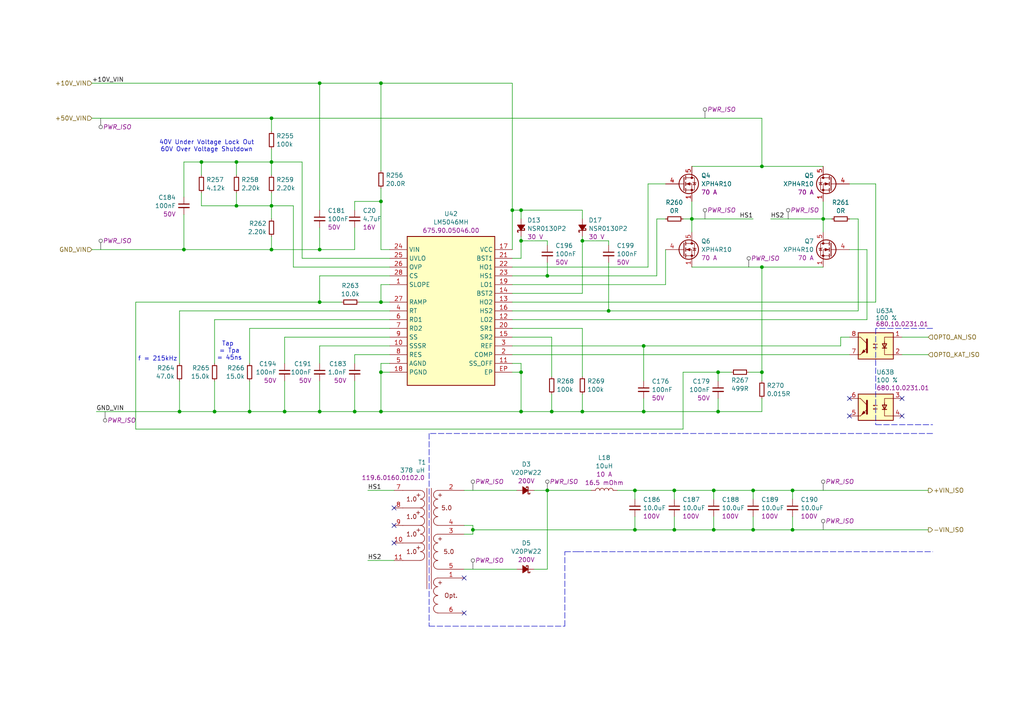
<source format=kicad_sch>
(kicad_sch (version 20231120) (generator "eeschema") (generator_version "8.0")
  (paper "A4")
  (title_block (title "CQ2") (date "2024-08-03") (rev "0") (comment 1 "Isolated Foreward Pre-Regulator") (comment 2 "Manfred Schmitz") (comment 3 "tbd") (comment 4 "2024-07-03") (comment 5 "tbd") (comment 6 "A"))
  (junction (at 158.75 142.24))
  (junction (at 110.49 107.95))
  (junction (at 82.55 119.38))
  (junction (at 229.87 142.24))
  (junction (at 102.87 119.38))
  (junction (at 218.44 142.24))
  (junction (at 186.69 100.33))
  (junction (at 168.91 69.85))
  (junction (at 195.58 153.67))
  (junction (at 208.28 107.95))
  (junction (at 151.13 107.95))
  (junction (at 151.13 69.85))
  (junction (at 62.23 119.38))
  (junction (at 110.49 119.38))
  (junction (at 92.71 119.38))
  (junction (at 160.02 119.38))
  (junction (at 68.58 46.99))
  (junction (at 110.49 58.42))
  (junction (at 220.98 48.26))
  (junction (at 238.76 63.5))
  (junction (at 58.42 46.99))
  (junction (at 186.69 119.38))
  (junction (at 110.49 87.63))
  (junction (at 92.71 87.63))
  (junction (at 53.34 72.39))
  (junction (at 184.15 142.24))
  (junction (at 151.13 60.96))
  (junction (at 78.74 46.99))
  (junction (at 207.01 153.67))
  (junction (at 78.74 72.39))
  (junction (at 158.75 80.01))
  (junction (at 68.58 59.69))
  (junction (at 218.44 153.67))
  (junction (at 200.66 63.5))
  (junction (at 72.39 119.38))
  (junction (at 148.59 60.96))
  (junction (at 110.49 24.13))
  (junction (at 220.98 107.95))
  (junction (at 195.58 142.24))
  (junction (at 92.71 24.13))
  (junction (at 78.74 59.69))
  (junction (at 208.28 119.38))
  (junction (at 207.01 142.24))
  (junction (at 184.15 153.67))
  (junction (at 176.53 90.17))
  (junction (at 229.87 153.67))
  (junction (at 78.74 34.29))
  (junction (at 220.98 77.47))
  (junction (at 168.91 119.38))
  (junction (at 137.16 153.67))
  (junction (at 52.07 119.38))
  (junction (at 92.71 72.39))
  (junction (at 151.13 119.38))
  (no_connect (at 246.38 120.65))
  (no_connect (at 114.3 147.32))
  (no_connect (at 114.3 157.48))
  (no_connect (at 261.62 120.65))
  (no_connect (at 134.62 167.64))
  (no_connect (at 246.38 115.57))
  (no_connect (at 261.62 115.57))
  (no_connect (at 114.3 152.4))
  (no_connect (at 134.62 177.8))
  (wire (pts (xy 176.53 69.85) (xy 176.53 71.12)))
  (polyline (pts (xy 163.83 160.02) (xy 167.64 160.02)) (stroke (width 0) (type dash)))
  (wire (pts (xy 158.75 76.2) (xy 158.75 80.01)))
  (wire (pts (xy 137.16 152.4) (xy 137.16 153.67)))
  (wire (pts (xy 200.66 58.42) (xy 200.66 63.5)))
  (wire (pts (xy 168.91 95.25) (xy 168.91 109.22)))
  (wire (pts (xy 110.49 119.38) (xy 110.49 107.95)))
  (wire (pts (xy 92.71 100.33) (xy 92.71 105.41)))
  (wire (pts (xy 176.53 76.2) (xy 176.53 90.17)))
  (wire (pts (xy 148.59 87.63) (xy 254 87.63)))
  (wire (pts (xy 106.68 162.56) (xy 114.3 162.56)))
  (wire (pts (xy 208.28 119.38) (xy 220.98 119.38)))
  (wire (pts (xy 148.59 74.93) (xy 151.13 74.93)))
  (wire (pts (xy 179.07 142.24) (xy 184.15 142.24)))
  (wire (pts (xy 148.59 97.79) (xy 160.02 97.79)))
  (wire (pts (xy 113.03 72.39) (xy 110.49 72.39)))
  (wire (pts (xy 184.15 149.86) (xy 184.15 153.67)))
  (wire (pts (xy 113.03 102.87) (xy 102.87 102.87)))
  (wire (pts (xy 195.58 153.67) (xy 184.15 153.67)))
  (wire (pts (xy 168.91 95.25) (xy 148.59 95.25)))
  (wire (pts (xy 110.49 107.95) (xy 113.03 107.95)))
  (wire (pts (xy 52.07 90.17) (xy 113.03 90.17)))
  (wire (pts (xy 200.66 77.47) (xy 220.98 77.47)))
  (wire (pts (xy 52.07 90.17) (xy 52.07 105.41)))
  (wire (pts (xy 26.67 72.39) (xy 53.34 72.39)))
  (wire (pts (xy 113.03 97.79) (xy 82.55 97.79)))
  (wire (pts (xy 104.14 87.63) (xy 110.49 87.63)))
  (wire (pts (xy 85.09 77.47) (xy 113.03 77.47)))
  (wire (pts (xy 58.42 55.88) (xy 58.42 59.69)))
  (wire (pts (xy 102.87 66.04) (xy 102.87 72.39)))
  (wire (pts (xy 261.62 102.87) (xy 269.24 102.87)))
  (wire (pts (xy 220.98 77.47) (xy 238.76 77.47)))
  (wire (pts (xy 198.12 107.95) (xy 198.12 124.46)))
  (wire (pts (xy 195.58 153.67) (xy 207.01 153.67)))
  (wire (pts (xy 261.62 97.79) (xy 269.24 97.79)))
  (wire (pts (xy 208.28 107.95) (xy 212.09 107.95)))
  (wire (pts (xy 220.98 115.57) (xy 220.98 119.38)))
  (wire (pts (xy 134.62 142.24) (xy 149.86 142.24)))
  (wire (pts (xy 72.39 110.49) (xy 72.39 119.38)))
  (wire (pts (xy 102.87 58.42) (xy 110.49 58.42)))
  (wire (pts (xy 158.75 69.85) (xy 158.75 71.12)))
  (wire (pts (xy 102.87 119.38) (xy 110.49 119.38)))
  (wire (pts (xy 154.94 165.1) (xy 158.75 165.1)))
  (wire (pts (xy 110.49 119.38) (xy 151.13 119.38)))
  (wire (pts (xy 134.62 152.4) (xy 137.16 152.4)))
  (wire (pts (xy 78.74 46.99) (xy 68.58 46.99)))
  (wire (pts (xy 113.03 95.25) (xy 72.39 95.25)))
  (wire (pts (xy 148.59 24.13) (xy 148.59 60.96)))
  (wire (pts (xy 110.49 105.41) (xy 110.49 107.95)))
  (polyline (pts (xy 254 123.19) (xy 270.51 123.19)) (stroke (width 0) (type dash)))
  (wire (pts (xy 78.74 46.99) (xy 78.74 50.8)))
  (wire (pts (xy 238.76 63.5) (xy 238.76 67.31)))
  (wire (pts (xy 184.15 142.24) (xy 184.15 144.78)))
  (wire (pts (xy 110.49 72.39) (xy 110.49 58.42)))
  (wire (pts (xy 72.39 119.38) (xy 82.55 119.38)))
  (wire (pts (xy 92.71 24.13) (xy 110.49 24.13)))
  (wire (pts (xy 254 53.34) (xy 246.38 53.34)))
  (wire (pts (xy 102.87 110.49) (xy 102.87 119.38)))
  (wire (pts (xy 187.96 53.34) (xy 193.04 53.34)))
  (wire (pts (xy 78.74 68.58) (xy 78.74 72.39)))
  (wire (pts (xy 220.98 34.29) (xy 220.98 48.26)))
  (wire (pts (xy 62.23 110.49) (xy 62.23 119.38)))
  (polyline (pts (xy 270.51 95.25) (xy 254 95.25)) (stroke (width 0) (type dash)))
  (wire (pts (xy 160.02 109.22) (xy 160.02 97.79)))
  (wire (pts (xy 78.74 55.88) (xy 78.74 59.69)))
  (wire (pts (xy 78.74 72.39) (xy 92.71 72.39)))
  (wire (pts (xy 113.03 92.71) (xy 62.23 92.71)))
  (wire (pts (xy 168.91 114.3) (xy 168.91 119.38)))
  (wire (pts (xy 238.76 63.5) (xy 241.3 63.5)))
  (wire (pts (xy 137.16 153.67) (xy 137.16 154.94)))
  (wire (pts (xy 168.91 68.58) (xy 168.91 69.85)))
  (wire (pts (xy 248.92 63.5) (xy 246.38 63.5)))
  (wire (pts (xy 251.46 72.39) (xy 251.46 92.71)))
  (wire (pts (xy 106.68 142.24) (xy 114.3 142.24)))
  (wire (pts (xy 193.04 82.55) (xy 193.04 72.39)))
  (polyline (pts (xy 270.51 125.73) (xy 124.46 125.73)) (stroke (width 0) (type dash)))
  (wire (pts (xy 26.67 34.29) (xy 78.74 34.29)))
  (wire (pts (xy 58.42 46.99) (xy 53.34 46.99)))
  (wire (pts (xy 151.13 105.41) (xy 151.13 107.95)))
  (wire (pts (xy 229.87 142.24) (xy 229.87 144.78)))
  (wire (pts (xy 148.59 102.87) (xy 246.38 102.87)))
  (wire (pts (xy 208.28 110.49) (xy 208.28 107.95)))
  (wire (pts (xy 151.13 60.96) (xy 151.13 63.5)))
  (wire (pts (xy 218.44 144.78) (xy 218.44 142.24)))
  (wire (pts (xy 68.58 59.69) (xy 78.74 59.69)))
  (wire (pts (xy 158.75 142.24) (xy 171.45 142.24)))
  (wire (pts (xy 229.87 142.24) (xy 269.24 142.24)))
  (wire (pts (xy 92.71 87.63) (xy 99.06 87.63)))
  (wire (pts (xy 72.39 95.25) (xy 72.39 105.41)))
  (wire (pts (xy 92.71 60.96) (xy 92.71 24.13)))
  (polyline (pts (xy 167.64 160.02) (xy 270.51 160.02)) (stroke (width 0) (type dash)))
  (wire (pts (xy 148.59 80.01) (xy 158.75 80.01)))
  (wire (pts (xy 68.58 46.99) (xy 58.42 46.99)))
  (wire (pts (xy 251.46 72.39) (xy 246.38 72.39)))
  (wire (pts (xy 218.44 142.24) (xy 229.87 142.24)))
  (wire (pts (xy 27.94 119.38) (xy 52.07 119.38)))
  (wire (pts (xy 198.12 63.5) (xy 200.66 63.5)))
  (wire (pts (xy 160.02 114.3) (xy 160.02 119.38)))
  (wire (pts (xy 195.58 149.86) (xy 195.58 153.67)))
  (wire (pts (xy 82.55 119.38) (xy 92.71 119.38)))
  (wire (pts (xy 52.07 110.49) (xy 52.07 119.38)))
  (wire (pts (xy 187.96 77.47) (xy 187.96 53.34)))
  (wire (pts (xy 207.01 149.86) (xy 207.01 153.67)))
  (wire (pts (xy 229.87 153.67) (xy 269.24 153.67)))
  (wire (pts (xy 154.94 142.24) (xy 158.75 142.24)))
  (wire (pts (xy 137.16 153.67) (xy 184.15 153.67)))
  (wire (pts (xy 87.63 74.93) (xy 113.03 74.93)))
  (wire (pts (xy 110.49 87.63) (xy 113.03 87.63)))
  (wire (pts (xy 160.02 119.38) (xy 168.91 119.38)))
  (wire (pts (xy 208.28 107.95) (xy 198.12 107.95)))
  (wire (pts (xy 92.71 80.01) (xy 92.71 87.63)))
  (wire (pts (xy 151.13 69.85) (xy 158.75 69.85)))
  (wire (pts (xy 148.59 72.39) (xy 148.59 60.96)))
  (wire (pts (xy 220.98 48.26) (xy 238.76 48.26)))
  (wire (pts (xy 176.53 90.17) (xy 248.92 90.17)))
  (wire (pts (xy 190.5 63.5) (xy 193.04 63.5)))
  (wire (pts (xy 78.74 59.69) (xy 78.74 63.5)))
  (wire (pts (xy 53.34 72.39) (xy 78.74 72.39)))
  (wire (pts (xy 207.01 142.24) (xy 207.01 144.78)))
  (wire (pts (xy 243.84 97.79) (xy 246.38 97.79)))
  (wire (pts (xy 53.34 46.99) (xy 53.34 57.15)))
  (wire (pts (xy 82.55 110.49) (xy 82.55 119.38)))
  (wire (pts (xy 52.07 119.38) (xy 62.23 119.38)))
  (wire (pts (xy 92.71 110.49) (xy 92.71 119.38)))
  (wire (pts (xy 78.74 59.69) (xy 85.09 59.69)))
  (wire (pts (xy 78.74 43.18) (xy 78.74 46.99)))
  (wire (pts (xy 113.03 100.33) (xy 92.71 100.33)))
  (wire (pts (xy 158.75 142.24) (xy 158.75 165.1)))
  (wire (pts (xy 190.5 80.01) (xy 190.5 63.5)))
  (wire (pts (xy 220.98 110.49) (xy 220.98 107.95)))
  (wire (pts (xy 26.67 24.13) (xy 92.71 24.13)))
  (wire (pts (xy 78.74 46.99) (xy 87.63 46.99)))
  (wire (pts (xy 229.87 149.86) (xy 229.87 153.67)))
  (polyline (pts (xy 163.83 181.61) (xy 163.83 160.02)) (stroke (width 0) (type dash)))
  (wire (pts (xy 148.59 85.09) (xy 168.91 85.09)))
  (wire (pts (xy 148.59 90.17) (xy 176.53 90.17)))
  (wire (pts (xy 200.66 63.5) (xy 200.66 67.31)))
  (wire (pts (xy 208.28 115.57) (xy 208.28 119.38)))
  (wire (pts (xy 102.87 102.87) (xy 102.87 105.41)))
  (wire (pts (xy 92.71 72.39) (xy 102.87 72.39)))
  (wire (pts (xy 82.55 97.79) (xy 82.55 105.41)))
  (wire (pts (xy 68.58 46.99) (xy 68.58 50.8)))
  (wire (pts (xy 110.49 58.42) (xy 110.49 54.61)))
  (wire (pts (xy 148.59 77.47) (xy 187.96 77.47)))
  (wire (pts (xy 151.13 69.85) (xy 151.13 74.93)))
  (wire (pts (xy 168.91 60.96) (xy 151.13 60.96)))
  (wire (pts (xy 134.62 154.94) (xy 137.16 154.94)))
  (wire (pts (xy 195.58 142.24) (xy 184.15 142.24)))
  (wire (pts (xy 102.87 60.96) (xy 102.87 58.42)))
  (wire (pts (xy 186.69 119.38) (xy 208.28 119.38)))
  (wire (pts (xy 198.12 124.46) (xy 39.37 124.46)))
  (wire (pts (xy 223.52 63.5) (xy 238.76 63.5)))
  (wire (pts (xy 87.63 46.99) (xy 87.63 74.93)))
  (wire (pts (xy 195.58 144.78) (xy 195.58 142.24)))
  (wire (pts (xy 78.74 34.29) (xy 78.74 38.1)))
  (wire (pts (xy 186.69 115.57) (xy 186.69 119.38)))
  (wire (pts (xy 168.91 69.85) (xy 176.53 69.85)))
  (wire (pts (xy 148.59 100.33) (xy 186.69 100.33)))
  (polyline (pts (xy 124.46 125.73) (xy 124.46 181.61)) (stroke (width 0) (type dash)))
  (wire (pts (xy 168.91 119.38) (xy 186.69 119.38)))
  (wire (pts (xy 78.74 34.29) (xy 220.98 34.29)))
  (wire (pts (xy 148.59 105.41) (xy 151.13 105.41)))
  (wire (pts (xy 148.59 92.71) (xy 251.46 92.71)))
  (polyline (pts (xy 254 95.25) (xy 254 123.19)) (stroke (width 0) (type dash)))
  (wire (pts (xy 110.49 24.13) (xy 148.59 24.13)))
  (wire (pts (xy 238.76 58.42) (xy 238.76 63.5)))
  (wire (pts (xy 110.49 82.55) (xy 113.03 82.55)))
  (wire (pts (xy 58.42 46.99) (xy 58.42 50.8)))
  (wire (pts (xy 254 87.63) (xy 254 53.34)))
  (wire (pts (xy 243.84 100.33) (xy 243.84 97.79)))
  (wire (pts (xy 195.58 142.24) (xy 207.01 142.24)))
  (wire (pts (xy 53.34 62.23) (xy 53.34 72.39)))
  (wire (pts (xy 168.91 63.5) (xy 168.91 60.96)))
  (wire (pts (xy 248.92 90.17) (xy 248.92 63.5)))
  (wire (pts (xy 92.71 119.38) (xy 102.87 119.38)))
  (wire (pts (xy 151.13 68.58) (xy 151.13 69.85)))
  (wire (pts (xy 218.44 149.86) (xy 218.44 153.67)))
  (wire (pts (xy 62.23 92.71) (xy 62.23 105.41)))
  (wire (pts (xy 186.69 100.33) (xy 243.84 100.33)))
  (wire (pts (xy 92.71 87.63) (xy 39.37 87.63)))
  (wire (pts (xy 62.23 119.38) (xy 72.39 119.38)))
  (wire (pts (xy 68.58 55.88) (xy 68.58 59.69)))
  (wire (pts (xy 158.75 80.01) (xy 190.5 80.01)))
  (wire (pts (xy 168.91 69.85) (xy 168.91 85.09)))
  (wire (pts (xy 113.03 105.41) (xy 110.49 105.41)))
  (wire (pts (xy 200.66 63.5) (xy 218.44 63.5)))
  (wire (pts (xy 110.49 24.13) (xy 110.49 49.53)))
  (wire (pts (xy 151.13 119.38) (xy 160.02 119.38)))
  (polyline (pts (xy 124.46 181.61) (xy 163.83 181.61)) (stroke (width 0) (type dash)))
  (wire (pts (xy 113.03 80.01) (xy 92.71 80.01)))
  (wire (pts (xy 220.98 107.95) (xy 220.98 77.47)))
  (wire (pts (xy 207.01 142.24) (xy 218.44 142.24)))
  (wire (pts (xy 217.17 107.95) (xy 220.98 107.95)))
  (wire (pts (xy 218.44 153.67) (xy 229.87 153.67)))
  (wire (pts (xy 39.37 124.46) (xy 39.37 87.63)))
  (wire (pts (xy 58.42 59.69) (xy 68.58 59.69)))
  (wire (pts (xy 148.59 107.95) (xy 151.13 107.95)))
  (wire (pts (xy 186.69 100.33) (xy 186.69 110.49)))
  (wire (pts (xy 92.71 66.04) (xy 92.71 72.39)))
  (wire (pts (xy 85.09 59.69) (xy 85.09 77.47)))
  (wire (pts (xy 200.66 48.26) (xy 220.98 48.26)))
  (wire (pts (xy 151.13 107.95) (xy 151.13 119.38)))
  (wire (pts (xy 148.59 60.96) (xy 151.13 60.96)))
  (wire (pts (xy 148.59 82.55) (xy 193.04 82.55)))
  (wire (pts (xy 207.01 153.67) (xy 218.44 153.67)))
  (wire (pts (xy 110.49 82.55) (xy 110.49 87.63)))
  (wire (pts (xy 134.62 165.1) (xy 149.86 165.1)))
  (text "40V Under Voltage Lock Out\n60V Over Voltage Shutdown" (at 59.944 42.418 0) (effects (font (size 1.27 1.27))))
  (text "Tap \n= Tpa\n= 45ns" (at 66.548 101.854 0) (effects (font (size 1.27 1.27))))
  (text "f = 215kHz" (at 45.72 104.14 0) (effects (font (size 1.27 1.27))))
  (label "HS1" (at 106.68 142.24 0))
  (label "GND_VIN" (at 27.94 119.38 0))
  (label "HS2" (at 106.68 162.56 0))
  (label "HS1" (at 218.44 63.5 180))
  (label "+10V_VIN" (at 26.67 24.13 0))
  (label "HS2" (at 223.52 63.5 0))
  (hierarchical_label "OPTO_KAT_ISO" (shape input) (at 269.24 102.87 0))
  (hierarchical_label "+10V_VIN" (shape input) (at 26.67 24.13 180))
  (hierarchical_label "+50V_VIN" (shape input) (at 26.67 34.29 180))
  (hierarchical_label "-VIN_ISO" (shape output) (at 269.24 153.67 0))
  (hierarchical_label "OPTO_AN_ISO" (shape input) (at 269.24 97.79 0))
  (hierarchical_label "GND_VIN" (shape input) (at 26.67 72.39 180))
  (hierarchical_label "+VIN_ISO" (shape output) (at 269.24 142.24 0))
  (netclass_flag "" (length 2.54) (shape round) (at 204.47 63.5 0) (property "Netclass" "PWR_ISO" (at 205.0796 60.96 0) (effects (font (italic yes)) (justify left))))
  (netclass_flag "" (length 2.54) (shape round) (at 228.6 63.5 0) (property "Netclass" "PWR_ISO" (at 229.2096 60.96 0) (effects (font (italic yes)) (justify left))))
  (netclass_flag "" (length 2.54) (shape round) (at 204.47 34.29 0) (property "Netclass" "PWR_ISO" (at 205.0796 31.75 0) (effects (font (italic yes)) (justify left))))
  (netclass_flag "" (length 2.54) (shape round) (at 29.21 72.39 0) (property "Netclass" "PWR_ISO" (at 29.8196 69.85 0) (effects (font (italic yes)) (justify left))))
  (netclass_flag "" (length 2.54) (shape round) (at 238.76 153.67 0) (property "Netclass" "PWR_ISO" (at 239.3696 151.13 0) (effects (font (italic yes)) (justify left))))
  (netclass_flag "" (length 2.54) (shape round) (at 137.16 165.1 0) (property "Netclass" "PWR_ISO" (at 137.7696 162.56 0) (effects (font (italic yes)) (justify left))))
  (netclass_flag "" (length 2.54) (shape round) (at 238.76 142.24 0) (property "Netclass" "PWR_ISO" (at 239.3696 139.7 0) (effects (font (italic yes)) (justify left))))
  (netclass_flag "" (length 2.54) (shape round) (at 217.17 77.47 0) (property "Netclass" "PWR_ISO" (at 217.7796 74.93 0) (effects (font (italic yes)) (justify left))))
  (netclass_flag "" (length 2.54) (shape round) (at 30.48 119.38 180) (property "Netclass" "PWR_ISO" (at 31.0896 121.92 0) (effects (font (italic yes)) (justify left))))
  (netclass_flag "" (length 2.54) (shape round) (at 137.16 142.24 0) (property "Netclass" "PWR_ISO" (at 137.7696 139.7 0) (effects (font (italic yes)) (justify left))))
  (netclass_flag "" (length 2.54) (shape round) (at 158.75 142.24 0) (property "Netclass" "PWR_ISO" (at 159.3596 139.7 0) (effects (font (italic yes)) (justify left))))
  (netclass_flag "" (length 2.54) (shape round) (at 29.21 34.29 180) (property "Netclass" "PWR_ISO" (at 29.8196 36.83 0) (effects (font (italic yes)) (justify left))))
  (symbol (lib_id "ci4rail-database:capacitors/86") (at 92.71 63.5 0) (unit 1)
    (property "Reference" "C181" (at 95.0341 61.082 0) (effects (justify left)))
    (property "Value" "100nF" (at 95.0341 63.5063 0) (effects (justify left)))
    (property "Footprint" "0-standard:0402-capacitor" (effects (hide yes)))
    (property "Description" "Multilayer Ceramic Capacitors" (effects (hide yes)))
    (property "Value1" "+/-10 %" (effects (hide yes)))
    (property "Value2" "50V" (at 95.0341 65.9306 0) (effects (justify left)))
    (property "Value3" "X5R/X7R" (effects (hide yes)))
    (property "MPN" "n/a" (effects (hide yes)))
    (property "LTB" "9999" (effects (hide yes)))
    (property "ERP1" "M120-00060-00" (effects (hide yes)))
    (property "ERP2" "110.42.410.050.0" (effects (hide yes)))
    (property "Cost" "0.02" (effects (hide yes)))
    (property "Lifecycle" "released" (effects (hide yes)))
    (property "Outline" "SMT 0402" (effects (hide yes)))
    (instances (project "cq2" (path "" (reference "C181") (unit 1)) (path "" (reference "C182") (unit 1))))
  )
  (symbol (lib_id "ci4rail-database:resistors/106") (at 110.49 52.07 0) (unit 1)
    (property "Reference" "R256" (at 111.887 50.8578 0) (effects (justify left)))
    (property "Value" "20.0R" (at 111.887 53.2821 0) (effects (justify left)))
    (property "Footprint" "0-standard:0402-resistor" (effects (hide yes)))
    (property "Description" "Thick film resistor" (effects (hide yes)))
    (property "Value1" "+/-1%" (effects (hide yes)))
    (property "Value2" "100 ppm" (effects (hide yes)))
    (property "Value3" "62.5 mW" (effects (hide yes)))
    (property "Value4" "50 V" (effects (hide yes)))
    (property "MPN" "n/a" (effects (hide yes)))
    (property "LTB" "9999" (effects (hide yes)))
    (property "ERP1" "M110-00090-00" (effects (hide yes)))
    (property "ERP2" "101.403.0200" (effects (hide yes)))
    (property "Lifecycle" "released" (effects (hide yes)))
    (property "Cost" "0.01" (effects (hide yes)))
    (property "Outline" "SMT 0402" (effects (hide yes)))
    (instances (project "cq2" (path "" (reference "R256") (unit 1)) (path "" (reference "R272") (unit 1))))
  )
  (symbol (lib_id "ci4rail-database:discrete/66") (at 168.91 66.04 90) (unit 1)
    (property "Reference" "D17" (at 170.688 63.8697 90) (effects (justify right)))
    (property "Value" "NSR0130P2" (at 170.688 66.294 90) (effects (justify right)))
    (property "Footprint" "0-standard:SOD-523-diode" (effects (hide yes)))
    (property "Datasheet" "${KICAD_CI4RAIL_DATASHEET_DIR}/discrete-66" (effects (hide yes)))
    (property "Description" "Schottky Diode" (effects (hide yes)))
    (property "Value1" "30 V" (at 170.688 68.7183 90) (effects (justify right)))
    (property "Value2" "100 mA" (effects (hide yes)))
    (property "Value3" "3 uA" (effects (hide yes)))
    (property "Value4" "0.385 V @ 10 mA" (effects (hide yes)))
    (property "MPN" "ONSemi NSR0130P2T5G" (effects (hide yes)))
    (property "MPN1" "Nexperia 1PS79SB30" (effects (hide yes)))
    (property "LTB" "2034" (effects (hide yes)))
    (property "ERP1" "discrete-66" (effects (hide yes)))
    (property "ERP2" "690.31.0054.2" (effects (hide yes)))
    (property "Cost" "0.04" (effects (hide yes)))
    (property "Lifecycle" "released" (effects (hide yes)))
    (property "Outline" "SMT SOD-523" (effects (hide yes)))
    (instances (project "cq2" (path "" (reference "D17") (unit 1)) (path "" (reference "D18") (unit 1))))
  )
  (symbol (lib_id "ci4rail-database:capacitors/23") (at 229.87 147.32 0) (unit 1)
    (property "Reference" "C190" (at 232.1941 144.902 0) (effects (justify left)))
    (property "Value" "10.0uF" (at 232.1941 147.3263 0) (effects (justify left)))
    (property "Footprint" "0-standard:1210-2.5-capacitor" (effects (hide yes)))
    (property "Description" "Multilayer Ceramic Capacitors" (effects (hide yes)))
    (property "Value1" "+/-20 %" (effects (hide yes)))
    (property "Value2" "100V" (at 232.1941 149.7506 0) (effects (justify left)))
    (property "Value3" "X7R/X7S" (effects (hide yes)))
    (property "MPN" "n/a" (effects (hide yes)))
    (property "LTB" "9999" (effects (hide yes)))
    (property "ERP1" "M120-00012-01" (effects (hide yes)))
    (property "ERP2" "110.11.610.100.1" (effects (hide yes)))
    (property "Lifecycle" "released" (effects (hide yes)))
    (property "Outline" "SMT 1210 2.5" (effects (hide yes)))
    (instances (project "cq2" (path "" (reference "C190") (unit 1)) (path "" (reference "C205") (unit 1))))
  )
  (symbol (lib_id "ci4rail-database:opto/8") (at 254 118.11 0) (mirror y) (unit 2)
    (property "Reference" "U63" (at 256.794 107.95 0))
    (property "Value" "100 %" (at 257.302 110.236 0))
    (property "Footprint" "1-special:opto-7" (effects (hide yes)))
    (property "Datasheet" "${KICAD_CI4RAIL_DATASHEET_DIR}/M151-00003-01" (effects (hide yes)))
    (property "Description" "Optocoupler dual" (effects (hide yes)))
    (property "Value1" "70 V" (effects (hide yes)))
    (property "Value2" "150 mA" (effects (hide yes)))
    (property "Value3" "2500 Vrms" (effects (hide yes)))
    (property "Value4" "7.5 us" (effects (hide yes)))
    (property "MPN" "ONSemi MOCD213M" (effects (hide yes)))
    (property "LTB" "2032" (effects (hide yes)))
    (property "ERP1" "M151-00003-01" (effects (hide yes)))
    (property "ERP2" "680.10.0231.01" (at 261.874 112.522 0))
    (property "Cost" "0.46" (effects (hide yes)))
    (property "Lifecycle" "released" (effects (hide yes)))
    (property "Outline" "SMT 6x5x3.6" (effects (hide yes)))
    (instances (project "cq2" (path "" (reference "U63") (unit 2)) (path "" (reference "U66") (unit 2))))
  )
  (symbol (lib_id "ci4rail-database:resistors/179") (at 101.6 87.63 90) (unit 1)
    (property "Reference" "R263" (at 101.6 82.8505 90))
    (property "Value" "10.0k" (at 101.6 85.2748 90))
    (property "Footprint" "0-standard:0402-resistor" (effects (hide yes)))
    (property "Description" "Thick film resistor" (effects (hide yes)))
    (property "Value1" "+/-1%" (effects (hide yes)))
    (property "Value2" "100 ppm" (effects (hide yes)))
    (property "Value3" "62.5 mW" (effects (hide yes)))
    (property "Value4" "50 V" (effects (hide yes)))
    (property "MPN" "n/a" (effects (hide yes)))
    (property "LTB" "9999" (effects (hide yes)))
    (property "ERP1" "M110-00163-00" (effects (hide yes)))
    (property "ERP2" "101.403.3100" (effects (hide yes)))
    (property "Lifecycle" "released" (effects (hide yes)))
    (property "Cost" "0.01" (effects (hide yes)))
    (property "Outline" "SMT 0402" (effects (hide yes)))
    (instances (project "cq2" (path "" (reference "R263") (unit 1)) (path "" (reference "R279") (unit 1))))
  )
  (symbol (lib_id "ci4rail-database:resistors/167") (at 58.42 53.34 0) (unit 1)
    (property "Reference" "R257" (at 59.817 52.1278 0) (effects (justify left)))
    (property "Value" "4.12k" (at 59.817 54.5521 0) (effects (justify left)))
    (property "Footprint" "0-standard:0402-resistor" (effects (hide yes)))
    (property "Description" "Thick film resistor" (effects (hide yes)))
    (property "Value1" "+/-1%" (effects (hide yes)))
    (property "Value2" "100 ppm" (effects (hide yes)))
    (property "Value3" "62.5 mW" (effects (hide yes)))
    (property "Value4" "50 V" (effects (hide yes)))
    (property "MPN" "n/a" (effects (hide yes)))
    (property "LTB" "9999" (effects (hide yes)))
    (property "ERP1" "M110-00151-00" (effects (hide yes)))
    (property "ERP2" "101.403.2412" (effects (hide yes)))
    (property "Lifecycle" "released" (effects (hide yes)))
    (property "Cost" "0.01" (effects (hide yes)))
    (property "Outline" "SMT 0402" (effects (hide yes)))
    (instances (project "cq2" (path "" (reference "R257") (unit 1)) (path "" (reference "R273") (unit 1))))
  )
  (symbol (lib_id "ci4rail-database:resistors/185") (at 62.23 107.95 0) (unit 1)
    (property "Reference" "R265" (at 60.833 106.7378 0) (effects (justify right)))
    (property "Value" "15.0k" (at 60.833 109.1621 0) (effects (justify right)))
    (property "Footprint" "0-standard:0402-resistor" (effects (hide yes)))
    (property "Description" "Thick film resistor" (effects (hide yes)))
    (property "Value1" "+/-1%" (effects (hide yes)))
    (property "Value2" "100 ppm" (effects (hide yes)))
    (property "Value3" "62.5 mW" (effects (hide yes)))
    (property "Value4" "50 V" (effects (hide yes)))
    (property "MPN" "n/a" (effects (hide yes)))
    (property "LTB" "9999" (effects (hide yes)))
    (property "ERP1" "M110-00169-00" (effects (hide yes)))
    (property "ERP2" "101.403.3150" (effects (hide yes)))
    (property "Lifecycle" "released" (effects (hide yes)))
    (property "Cost" "0.01" (effects (hide yes)))
    (property "Outline" "SMT 0402" (effects (hide yes)))
    (instances (project "cq2" (path "" (reference "R265") (unit 1)) (path "" (reference "R281") (unit 1))))
  )
  (symbol (lib_id "ci4rail-database:capacitors/69") (at 102.87 107.95 0) (unit 1)
    (property "Reference" "C183" (at 100.5459 105.532 0) (effects (justify right)))
    (property "Value" "1.0nF" (at 100.5459 107.9563 0) (effects (justify right)))
    (property "Footprint" "0-standard:0402-capacitor" (effects (hide yes)))
    (property "Description" "Multilayer Ceramic Capacitors" (effects (hide yes)))
    (property "Value1" "+/-10 %" (effects (hide yes)))
    (property "Value2" "50V" (at 100.5459 110.3806 0) (effects (justify right)))
    (property "Value3" "X5R/X7R" (effects (hide yes)))
    (property "MPN" "n/a" (effects (hide yes)))
    (property "LTB" "9999" (effects (hide yes)))
    (property "ERP1" "M120-00043-00" (effects (hide yes)))
    (property "ERP2" "110.42.210.050.0" (effects (hide yes)))
    (property "Cost" "0.02" (effects (hide yes)))
    (property "Lifecycle" "released" (effects (hide yes)))
    (property "Outline" "SMT 0402" (effects (hide yes)))
    (instances (project "cq2" (path "" (reference "C183") (unit 1)) (path "" (reference "C198") (unit 1))))
  )
  (symbol (lib_id "ci4rail-database:discrete/59") (at 198.12 72.39 0) (unit 1)
    (property "Reference" "Q6" (at 203.3524 69.9657 0) (effects (justify left)))
    (property "Value" "XPH4R10" (at 203.3524 72.39 0) (effects (justify left)))
    (property "Footprint" "1-special:discrete-59" (effects (hide yes)))
    (property "Datasheet" "${KICAD_CI4RAIL_DATASHEET_DIR}/M145-00007-00" (effects (hide yes)))
    (property "Description" "Transistor MOSFET N-Channel" (effects (hide yes)))
    (property "Value2" "70 A" (at 203.3524 74.8143 0) (effects (justify left)))
    (property "Value1" "100 V" (effects (hide yes)))
    (property "Value3" "8.5 mOhm" (effects (hide yes)))
    (property "Value4" "4 V / 75 nC" (effects (hide yes)))
    (property "MPN" "Toshiba XPH4R10ANB,L1XHQ" (effects (hide yes)))
    (property "MPN1" "Toshiba XPH4R10ANB,L1XHQ" (effects (hide yes)))
    (property "MPN2" "Diodes DMT10H009SPS-13" (effects (hide yes)))
    (property "LTB" "2033" (effects (hide yes)))
    (property "ERP1" "M145-00007-00" (effects (hide yes)))
    (property "ERP2" "691.00.10070.00" (effects (hide yes)))
    (property "Cost" "0.66" (effects (hide yes)))
    (property "Lifecycle" "released" (effects (hide yes)))
    (property "Outline" "SMT SOP-Advance-8" (effects (hide yes)))
    (instances (project "cq2" (path "" (reference "Q6") (unit 1)) (path "" (reference "Q10") (unit 1))))
  )
  (symbol (lib_id "ci4rail-database:capacitors/86") (at 186.69 113.03 0) (unit 1)
    (property "Reference" "C176" (at 189.0141 110.612 0) (effects (justify left)))
    (property "Value" "100nF" (at 189.0141 113.0363 0) (effects (justify left)))
    (property "Footprint" "0-standard:0402-capacitor" (effects (hide yes)))
    (property "Description" "Multilayer Ceramic Capacitors" (effects (hide yes)))
    (property "Value1" "+/-10 %" (effects (hide yes)))
    (property "Value2" "50V" (at 189.0141 115.4606 0) (effects (justify left)))
    (property "Value3" "X5R/X7R" (effects (hide yes)))
    (property "MPN" "n/a" (effects (hide yes)))
    (property "LTB" "9999" (effects (hide yes)))
    (property "ERP1" "M120-00060-00" (effects (hide yes)))
    (property "ERP2" "110.42.410.050.0" (effects (hide yes)))
    (property "Cost" "0.02" (effects (hide yes)))
    (property "Lifecycle" "released" (effects (hide yes)))
    (property "Outline" "SMT 0402" (effects (hide yes)))
    (instances (project "" (path "" (reference "C176") (unit 1)) (path "" (reference "C177") (unit 1))))
  )
  (symbol (lib_id "ci4rail-database:resistors/212") (at 160.02 111.76 0) (unit 1)
    (property "Reference" "R268" (at 161.417 110.5478 0) (effects (justify left)))
    (property "Value" "100k" (at 161.417 112.9721 0) (effects (justify left)))
    (property "Footprint" "0-standard:0402-resistor" (effects (hide yes)))
    (property "Description" "Thick film resistor" (effects (hide yes)))
    (property "Value1" "+/-1%" (effects (hide yes)))
    (property "Value2" "100 ppm" (effects (hide yes)))
    (property "Value3" "62.5 mW" (effects (hide yes)))
    (property "Value4" "50 V" (effects (hide yes)))
    (property "MPN" "n/a" (effects (hide yes)))
    (property "LTB" "9999" (effects (hide yes)))
    (property "ERP1" "M110-00196-00" (effects (hide yes)))
    (property "ERP2" "101.403.4100" (effects (hide yes)))
    (property "Lifecycle" "released" (effects (hide yes)))
    (property "Cost" "0.01" (effects (hide yes)))
    (property "Outline" "SMT 0402" (effects (hide yes)))
    (instances (project "cq2" (path "" (reference "R268") (unit 1)) (path "" (reference "R284") (unit 1))))
  )
  (symbol (lib_id "ci4rail-database:inductors/45") (at 124.46 156.21 0) (mirror y) (unit 1)
    (property "Reference" "T1" (at 122.428 134.112 0))
    (property "Value" "378 uH" (at 119.634 136.398 0))
    (property "Footprint" "1-special:inductors-45" (effects (hide yes)))
    (property "Datasheet" "${KICAD_CI4RAIL_DATASHEET_DIR}/inductors-45" (effects (hide yes)))
    (property "Description" "Power Forward Transformer" (effects (hide yes)))
    (property "Value1" "5:5:4" (effects (hide yes)))
    (property "Value2" "160W" (effects (hide yes)))
    (property "Value3" "1500 VAC" (effects (hide yes)))
    (property "MPN" "Coilcraft PL160-102L" (effects (hide yes)))
    (property "LTB" "2034" (effects (hide yes)))
    (property "ERP1" "inductors-45" (effects (hide yes)))
    (property "ERP2" "119.6.0160.0102.0" (at 114.046 138.5683 0))
    (property "Cost" "14.42" (effects (hide yes)))
    (property "Lifecycle" "EPR1 pending CQ2" (effects (hide yes)))
    (property "Outline" "SMT 23.37x20.83x9.14mm" (effects (hide yes)))
    (instances (project "cq2" (path "" (reference "T1") (unit 1)) (path "" (reference "T2") (unit 1))))
  )
  (symbol (lib_id "ci4rail-database:resistors/200") (at 52.07 107.95 0) (unit 1)
    (property "Reference" "R264" (at 50.673 106.7378 0) (effects (justify right)))
    (property "Value" "47.0k" (at 50.673 109.1621 0) (effects (justify right)))
    (property "Footprint" "0-standard:0402-resistor" (effects (hide yes)))
    (property "Description" "Thick film resistor" (effects (hide yes)))
    (property "Value1" "+/-1%" (effects (hide yes)))
    (property "Value2" "100 ppm" (effects (hide yes)))
    (property "Value3" "62.5 mW" (effects (hide yes)))
    (property "Value4" "50 V" (effects (hide yes)))
    (property "MPN" "n/a" (effects (hide yes)))
    (property "LTB" "9999" (effects (hide yes)))
    (property "ERP1" "M110-00184-00" (effects (hide yes)))
    (property "ERP2" "101.403.3470" (effects (hide yes)))
    (property "Lifecycle" "released" (effects (hide yes)))
    (property "Cost" "0.01" (effects (hide yes)))
    (property "Outline" "SMT 0402" (effects (hide yes)))
    (instances (project "cq2" (path "" (reference "R264") (unit 1)) (path "" (reference "R280") (unit 1))))
  )
  (symbol (lib_id "ci4rail-database:resistors/185") (at 72.39 107.95 0) (unit 1)
    (property "Reference" "R266" (at 70.993 106.7378 0) (effects (justify right)))
    (property "Value" "15.0k" (at 70.993 109.1621 0) (effects (justify right)))
    (property "Footprint" "0-standard:0402-resistor" (effects (hide yes)))
    (property "Description" "Thick film resistor" (effects (hide yes)))
    (property "Value1" "+/-1%" (effects (hide yes)))
    (property "Value2" "100 ppm" (effects (hide yes)))
    (property "Value3" "62.5 mW" (effects (hide yes)))
    (property "Value4" "50 V" (effects (hide yes)))
    (property "MPN" "n/a" (effects (hide yes)))
    (property "LTB" "9999" (effects (hide yes)))
    (property "ERP1" "M110-00169-00" (effects (hide yes)))
    (property "ERP2" "101.403.3150" (effects (hide yes)))
    (property "Lifecycle" "released" (effects (hide yes)))
    (property "Cost" "0.01" (effects (hide yes)))
    (property "Outline" "SMT 0402" (effects (hide yes)))
    (instances (project "cq2" (path "" (reference "R266") (unit 1)) (path "" (reference "R282") (unit 1))))
  )
  (symbol (lib_id "ci4rail-database:inductors/48") (at 175.26 142.24 90) (unit 1)
    (property "Reference" "L18" (at 175.26 132.7416 90))
    (property "Value" "10uH" (at 175.26 135.1659 90))
    (property "Footprint" "1-special:inductors-48" (effects (hide yes)))
    (property "Datasheet" "${KICAD_CI4RAIL_DATASHEET_DIR}/inductors-48" (effects (hide yes)))
    (property "Description" "Power Inductor" (effects (hide yes)))
    (property "Value1" "10 A" (at 175.26 137.5902 90))
    (property "Value2" "16.5 mOhm" (at 175.26 140.0145 90))
    (property "MPN" "Bourns SRP1265A-100M" (effects (hide yes)))
    (property "LTB" "2034" (effects (hide yes)))
    (property "Lifecycle" "review pending CQ2" (effects (hide yes)))
    (property "Cost" "0.72" (effects (hide yes)))
    (property "ERP1" "inductors-48" (effects (hide yes)))
    (property "ERP2" "119.1.135125.310.100" (effects (hide yes)))
    (property "Outline" "SMT 13.5x12.5x6.2mm" (effects (hide yes)))
    (instances (project "cq2" (path "" (reference "L18") (unit 1)) (path "" (reference "L19") (unit 1))))
  )
  (symbol (lib_id "ci4rail-database:discrete/59") (at 241.3 53.34 0) (mirror y) (unit 1)
    (property "Reference" "Q5" (at 236.0676 50.9157 0) (effects (justify left)))
    (property "Value" "XPH4R10" (at 236.0676 53.34 0) (effects (justify left)))
    (property "Footprint" "1-special:discrete-59" (effects (hide yes)))
    (property "Datasheet" "${KICAD_CI4RAIL_DATASHEET_DIR}/M145-00007-00" (effects (hide yes)))
    (property "Description" "Transistor MOSFET N-Channel" (effects (hide yes)))
    (property "Value2" "70 A" (at 236.0676 55.7643 0) (effects (justify left)))
    (property "Value1" "100 V" (effects (hide yes)))
    (property "Value3" "8.5 mOhm" (effects (hide yes)))
    (property "Value4" "4 V / 75 nC" (effects (hide yes)))
    (property "MPN" "Toshiba XPH4R10ANB,L1XHQ" (effects (hide yes)))
    (property "MPN1" "Toshiba XPH4R10ANB,L1XHQ" (effects (hide yes)))
    (property "MPN2" "Diodes DMT10H009SPS-13" (effects (hide yes)))
    (property "LTB" "2033" (effects (hide yes)))
    (property "ERP1" "M145-00007-00" (effects (hide yes)))
    (property "ERP2" "691.00.10070.00" (effects (hide yes)))
    (property "Cost" "0.66" (effects (hide yes)))
    (property "Lifecycle" "released" (effects (hide yes)))
    (property "Outline" "SMT SOP-Advance-8" (effects (hide yes)))
    (instances (project "cq2" (path "" (reference "Q5") (unit 1)) (path "" (reference "Q9") (unit 1))))
  )
  (symbol (lib_id "ci4rail-database:discrete/66") (at 151.13 66.04 90) (unit 1)
    (property "Reference" "D13" (at 152.908 63.8697 90) (effects (justify right)))
    (property "Value" "NSR0130P2" (at 152.908 66.294 90) (effects (justify right)))
    (property "Footprint" "0-standard:SOD-523-diode" (effects (hide yes)))
    (property "Datasheet" "${KICAD_CI4RAIL_DATASHEET_DIR}/discrete-66" (effects (hide yes)))
    (property "Description" "Schottky Diode" (effects (hide yes)))
    (property "Value1" "30 V" (at 152.908 68.7183 90) (effects (justify right)))
    (property "Value2" "100 mA" (effects (hide yes)))
    (property "Value3" "3 uA" (effects (hide yes)))
    (property "Value4" "0.385 V @ 10 mA" (effects (hide yes)))
    (property "MPN" "ONSemi NSR0130P2T5G" (effects (hide yes)))
    (property "MPN1" "Nexperia 1PS79SB30" (effects (hide yes)))
    (property "LTB" "2034" (effects (hide yes)))
    (property "ERP1" "discrete-66" (effects (hide yes)))
    (property "ERP2" "690.31.0054.2" (effects (hide yes)))
    (property "Cost" "0.04" (effects (hide yes)))
    (property "Lifecycle" "released" (effects (hide yes)))
    (property "Outline" "SMT SOD-523" (effects (hide yes)))
    (instances (project "" (path "" (reference "D13") (unit 1)) (path "" (reference "D14") (unit 1))))
  )
  (symbol (lib_id "ci4rail-database:discrete/68") (at 152.4 165.1 180) (unit 1)
    (property "Reference" "D5" (at 152.654 157.5153 0))
    (property "Value" "V20PW22" (at 152.654 159.9396 0))
    (property "Footprint" "1-special:discrete-68" (effects (hide yes)))
    (property "Datasheet" "${KICAD_CI4RAIL_DATASHEET_DIR}/discrete-68" (effects (hide yes)))
    (property "Description" "Schottky Diode" (effects (hide yes)))
    (property "Value1" "200V" (at 152.654 162.3639 0))
    (property "Value2" "20 A" (effects (hide yes)))
    (property "Value3" "300 uA" (effects (hide yes)))
    (property "Value4" "0.73V @ 5 A" (effects (hide yes)))
    (property "MPN" "Vishay V20PW22-M3/I" (effects (hide yes)))
    (property "LTB" "2032" (effects (hide yes)))
    (property "ERP1" "discrete-68" (effects (hide yes)))
    (property "ERP2" "690.31.20200.10" (effects (hide yes)))
    (property "Cost" "0.79" (effects (hide yes)))
    (property "Lifecycle" "review pending CQ2" (effects (hide yes)))
    (property "Outline" "SMT SlimDPAK" (effects (hide yes)))
    (instances (project "cq2" (path "" (reference "D5") (unit 1)) (path "" (reference "D6") (unit 1))))
  )
  (symbol (lib_id "ci4rail-database:opto/8") (at 254 100.33 0) (mirror y) (unit 1)
    (property "Reference" "U63" (at 256.54 90.17 0))
    (property "Value" "100 %" (at 257.048 92.202 0))
    (property "Footprint" "1-special:opto-7" (effects (hide yes)))
    (property "Datasheet" "${KICAD_CI4RAIL_DATASHEET_DIR}/M151-00003-01" (effects (hide yes)))
    (property "Description" "Optocoupler dual" (effects (hide yes)))
    (property "Value1" "70 V" (effects (hide yes)))
    (property "Value2" "150 mA" (effects (hide yes)))
    (property "Value3" "2500 Vrms" (effects (hide yes)))
    (property "Value4" "7.5 us" (effects (hide yes)))
    (property "MPN" "ONSemi MOCD213M" (effects (hide yes)))
    (property "LTB" "2032" (effects (hide yes)))
    (property "ERP1" "M151-00003-01" (effects (hide yes)))
    (property "ERP2" "680.10.0231.01" (at 261.62 93.98 0))
    (property "Cost" "0.46" (effects (hide yes)))
    (property "Lifecycle" "released" (effects (hide yes)))
    (property "Outline" "SMT 6x5x3.6" (effects (hide yes)))
    (instances (project "cq2" (path "" (reference "U63") (unit 1)) (path "" (reference "U66") (unit 1))))
  )
  (symbol (lib_id "ci4rail-database:capacitors/23") (at 218.44 147.32 0) (unit 1)
    (property "Reference" "C189" (at 220.7641 144.902 0) (effects (justify left)))
    (property "Value" "10.0uF" (at 220.7641 147.3263 0) (effects (justify left)))
    (property "Footprint" "0-standard:1210-2.5-capacitor" (effects (hide yes)))
    (property "Description" "Multilayer Ceramic Capacitors" (effects (hide yes)))
    (property "Value1" "+/-20 %" (effects (hide yes)))
    (property "Value2" "100V" (at 220.7641 149.7506 0) (effects (justify left)))
    (property "Value3" "X7R/X7S" (effects (hide yes)))
    (property "MPN" "n/a" (effects (hide yes)))
    (property "LTB" "9999" (effects (hide yes)))
    (property "ERP1" "M120-00012-01" (effects (hide yes)))
    (property "ERP2" "110.11.610.100.1" (effects (hide yes)))
    (property "Lifecycle" "released" (effects (hide yes)))
    (property "Outline" "SMT 1210 2.5" (effects (hide yes)))
    (instances (project "cq2" (path "" (reference "C189") (unit 1)) (path "" (reference "C204") (unit 1))))
  )
  (symbol (lib_id "ci4rail-database:capacitors/86") (at 158.75 73.66 0) (unit 1)
    (property "Reference" "C196" (at 161.0741 71.242 0) (effects (justify left)))
    (property "Value" "100nF" (at 161.0741 73.6663 0) (effects (justify left)))
    (property "Footprint" "0-standard:0402-capacitor" (effects (hide yes)))
    (property "Description" "Multilayer Ceramic Capacitors" (effects (hide yes)))
    (property "Value1" "+/-10 %" (effects (hide yes)))
    (property "Value2" "50V" (at 161.0741 76.0906 0) (effects (justify left)))
    (property "Value3" "X5R/X7R" (effects (hide yes)))
    (property "MPN" "n/a" (effects (hide yes)))
    (property "LTB" "9999" (effects (hide yes)))
    (property "ERP1" "M120-00060-00" (effects (hide yes)))
    (property "ERP2" "110.42.410.050.0" (effects (hide yes)))
    (property "Cost" "0.02" (effects (hide yes)))
    (property "Lifecycle" "released" (effects (hide yes)))
    (property "Outline" "SMT 0402" (effects (hide yes)))
    (instances (project "cq2" (path "" (reference "C196") (unit 1)) (path "" (reference "C197") (unit 1))))
  )
  (symbol (lib_id "ci4rail-database:capacitors/91") (at 102.87 63.5 0) (unit 1)
    (property "Reference" "C20" (at 105.1941 61.082 0) (effects (justify left)))
    (property "Value" "4.7uF" (at 105.1941 63.5063 0) (effects (justify left)))
    (property "Footprint" "0-standard:0402-capacitor" (effects (hide yes)))
    (property "Description" "Multilayer Ceramic Capacitors" (effects (hide yes)))
    (property "Value1" "+/-20 %" (effects (hide yes)))
    (property "Value2" "16V" (at 105.1941 65.9306 0) (effects (justify left)))
    (property "Value3" "X5R" (effects (hide yes)))
    (property "MPN" "n/a" (effects (hide yes)))
    (property "LTB" "9999" (effects (hide yes)))
    (property "ERP1" "M120-00065-00" (effects (hide yes)))
    (property "ERP2" "110.42.547.016.0" (effects (hide yes)))
    (property "Cost" "0.1" (effects (hide yes)))
    (property "Lifecycle" "released" (effects (hide yes)))
    (property "Outline" "SMT 0402" (effects (hide yes)))
    (instances (project "" (path "" (reference "C20") (unit 1)) (path "" (reference "C21") (unit 1))))
  )
  (symbol (lib_id "ci4rail-database:discrete/59") (at 241.3 72.39 0) (mirror y) (unit 1)
    (property "Reference" "Q7" (at 236.0676 69.9657 0) (effects (justify left)))
    (property "Value" "XPH4R10" (at 236.0676 72.39 0) (effects (justify left)))
    (property "Footprint" "1-special:discrete-59" (effects (hide yes)))
    (property "Datasheet" "${KICAD_CI4RAIL_DATASHEET_DIR}/M145-00007-00" (effects (hide yes)))
    (property "Description" "Transistor MOSFET N-Channel" (effects (hide yes)))
    (property "Value2" "70 A" (at 236.0676 74.8143 0) (effects (justify left)))
    (property "Value1" "100 V" (effects (hide yes)))
    (property "Value3" "8.5 mOhm" (effects (hide yes)))
    (property "Value4" "4 V / 75 nC" (effects (hide yes)))
    (property "MPN" "Toshiba XPH4R10ANB,L1XHQ" (effects (hide yes)))
    (property "MPN1" "Toshiba XPH4R10ANB,L1XHQ" (effects (hide yes)))
    (property "MPN2" "Diodes DMT10H009SPS-13" (effects (hide yes)))
    (property "LTB" "2033" (effects (hide yes)))
    (property "ERP1" "M145-00007-00" (effects (hide yes)))
    (property "ERP2" "691.00.10070.00" (effects (hide yes)))
    (property "Cost" "0.66" (effects (hide yes)))
    (property "Lifecycle" "released" (effects (hide yes)))
    (property "Outline" "SMT SOP-Advance-8" (effects (hide yes)))
    (instances (project "cq2" (path "" (reference "Q7") (unit 1)) (path "" (reference "Q11") (unit 1))))
  )
  (symbol (lib_id "ci4rail-database:discrete/68") (at 152.4 142.24 180) (unit 1)
    (property "Reference" "D3" (at 152.654 134.6553 0))
    (property "Value" "V20PW22" (at 152.654 137.0796 0))
    (property "Footprint" "1-special:discrete-68" (effects (hide yes)))
    (property "Datasheet" "${KICAD_CI4RAIL_DATASHEET_DIR}/discrete-68" (effects (hide yes)))
    (property "Description" "Schottky Diode" (effects (hide yes)))
    (property "Value1" "200V" (at 152.654 139.5039 0))
    (property "Value2" "20 A" (effects (hide yes)))
    (property "Value3" "300 uA" (effects (hide yes)))
    (property "Value4" "0.73V @ 5 A" (effects (hide yes)))
    (property "MPN" "Vishay V20PW22-M3/I" (effects (hide yes)))
    (property "LTB" "2032" (effects (hide yes)))
    (property "ERP1" "discrete-68" (effects (hide yes)))
    (property "ERP2" "690.31.20200.10" (effects (hide yes)))
    (property "Cost" "0.79" (effects (hide yes)))
    (property "Lifecycle" "review pending CQ2" (effects (hide yes)))
    (property "Outline" "SMT SlimDPAK" (effects (hide yes)))
    (instances (project "" (path "" (reference "D3") (unit 1)) (path "" (reference "D4") (unit 1))))
  )
  (symbol (lib_id "ci4rail-database:resistors/240") (at 220.98 113.03 0) (unit 1)
    (property "Reference" "R270" (at 222.377 111.8178 0) (effects (justify left)))
    (property "Value" "0.015R" (at 222.377 114.2421 0) (effects (justify left)))
    (property "Footprint" "0-standard:1206-shunt-resistor" (effects (hide yes)))
    (property "Datasheet" "${KICAD_CI4RAIL_DATASHEET_DIR}/resistors-240" (effects (hide yes)))
    (property "Description" "Shunt-Resistor" (effects (hide yes)))
    (property "Value1" "+/-1 %" (effects (hide yes)))
    (property "Value2" "100 ppm" (effects (hide yes)))
    (property "Value3" "1 W" (effects (hide yes)))
    (property "Value4" "50V" (effects (hide yes)))
    (property "MPN" "n/a" (effects (hide yes)))
    (property "LTB" "9999" (effects (hide yes)))
    (property "ERP1" "resistor-240" (effects (hide yes)))
    (property "ERP2" "101.207.00015" (effects (hide yes)))
    (property "Lifecycle" "ERP1 pending CQ2" (effects (hide yes)))
    (property "Cost" "0.20" (effects (hide yes)))
    (property "Outline" "SMT 1206" (effects (hide yes)))
    (instances (project "cq2" (path "" (reference "R270") (unit 1)) (path "" (reference "R286") (unit 1))))
  )
  (symbol (lib_id "ci4rail-database:resistors/159") (at 78.74 53.34 0) (unit 1)
    (property "Reference" "R259" (at 80.137 52.1278 0) (effects (justify left)))
    (property "Value" "2.20k" (at 80.137 54.5521 0) (effects (justify left)))
    (property "Footprint" "0-standard:0402-resistor" (effects (hide yes)))
    (property "Description" "Thick film resistor" (effects (hide yes)))
    (property "Value1" "+/-1%" (effects (hide yes)))
    (property "Value2" "100 ppm" (effects (hide yes)))
    (property "Value3" "62.5 mW" (effects (hide yes)))
    (property "Value4" "50 V" (effects (hide yes)))
    (property "MPN" "n/a" (effects (hide yes)))
    (property "LTB" "9999" (effects (hide yes)))
    (property "ERP1" "M110-00143-00" (effects (hide yes)))
    (property "ERP2" "101.403.2220" (effects (hide yes)))
    (property "Lifecycle" "released" (effects (hide yes)))
    (property "Cost" "0.01" (effects (hide yes)))
    (property "Outline" "SMT 0402" (effects (hide yes)))
    (instances (project "cq2" (path "" (reference "R259") (unit 1)) (path "" (reference "R275") (unit 1))))
  )
  (symbol (lib_id "ci4rail-database:resistors/143") (at 214.63 107.95 90) (unit 1)
    (property "Reference" "R267" (at 214.63 110.3051 90))
    (property "Value" "499R" (at 214.63 112.7294 90))
    (property "Footprint" "0-standard:0402-resistor" (effects (hide yes)))
    (property "Description" "Thick film resistor" (effects (hide yes)))
    (property "Value1" "+/-1%" (effects (hide yes)))
    (property "Value2" "100 ppm" (effects (hide yes)))
    (property "Value3" "62.5 mW" (effects (hide yes)))
    (property "Value4" "50 V" (effects (hide yes)))
    (property "MPN" "n/a" (effects (hide yes)))
    (property "LTB" "9999" (effects (hide yes)))
    (property "ERP1" "M110-00127-00" (effects (hide yes)))
    (property "ERP2" "101.403.1499" (effects (hide yes)))
    (property "Lifecycle" "released" (effects (hide yes)))
    (property "Cost" "0.01" (effects (hide yes)))
    (property "Outline" "SMT 0402" (effects (hide yes)))
    (instances (project "cq2" (path "" (reference "R267") (unit 1)) (path "" (reference "R283") (unit 1))))
  )
  (symbol (lib_id "ci4rail-database:capacitors/86") (at 208.28 113.03 0) (unit 1)
    (property "Reference" "C179" (at 205.956 110.612 0) (effects (justify right)))
    (property "Value" "100nF" (at 205.956 113.0363 0) (effects (justify right)))
    (property "Footprint" "0-standard:0402-capacitor" (effects (hide yes)))
    (property "Description" "Multilayer Ceramic Capacitors" (effects (hide yes)))
    (property "Value1" "+/-10 %" (effects (hide yes)))
    (property "Value2" "50V" (at 205.956 115.4606 0) (effects (justify right)))
    (property "Value3" "X5R/X7R" (effects (hide yes)))
    (property "MPN" "n/a" (effects (hide yes)))
    (property "LTB" "9999" (effects (hide yes)))
    (property "ERP1" "M120-00060-00" (effects (hide yes)))
    (property "ERP2" "110.42.410.050.0" (effects (hide yes)))
    (property "Cost" "0.02" (effects (hide yes)))
    (property "Lifecycle" "released" (effects (hide yes)))
    (property "Outline" "SMT 0402" (effects (hide yes)))
    (instances (project "cq2" (path "" (reference "C179") (unit 1)) (path "" (reference "C180") (unit 1))))
  )
  (symbol (lib_id "ci4rail-database:resistors/99") (at 195.58 63.5 90) (unit 1)
    (property "Reference" "R260" (at 195.58 58.7205 90))
    (property "Value" "0R" (at 195.58 61.1448 90))
    (property "Footprint" "0-standard:0402-resistor" (effects (hide yes)))
    (property "Description" "Thick film resistor" (effects (hide yes)))
    (property "Value1" "1 A" (effects (hide yes)))
    (property "MPN" "n/a" (effects (hide yes)))
    (property "LTB" "9999" (effects (hide yes)))
    (property "ERP1" "M110-00083-00" (effects (hide yes)))
    (property "ERP2" "101.402.000" (effects (hide yes)))
    (property "Lifecycle" "released" (effects (hide yes)))
    (property "Cost" "0.01" (effects (hide yes)))
    (property "Outline" "SMT 0402" (effects (hide yes)))
    (instances (project "cq2" (path "" (reference "R260") (unit 1)) (path "" (reference "R276") (unit 1))))
  )
  (symbol (lib_id "ci4rail-database:capacitors/86") (at 92.71 107.95 0) (unit 1)
    (property "Reference" "C191" (at 90.386 105.532 0) (effects (justify right)))
    (property "Value" "100nF" (at 90.386 107.9563 0) (effects (justify right)))
    (property "Footprint" "0-standard:0402-capacitor" (effects (hide yes)))
    (property "Description" "Multilayer Ceramic Capacitors" (effects (hide yes)))
    (property "Value1" "+/-10 %" (effects (hide yes)))
    (property "Value2" "50V" (at 90.386 110.3806 0) (effects (justify right)))
    (property "Value3" "X5R/X7R" (effects (hide yes)))
    (property "MPN" "n/a" (effects (hide yes)))
    (property "LTB" "9999" (effects (hide yes)))
    (property "ERP1" "M120-00060-00" (effects (hide yes)))
    (property "ERP2" "110.42.410.050.0" (effects (hide yes)))
    (property "Cost" "0.02" (effects (hide yes)))
    (property "Lifecycle" "released" (effects (hide yes)))
    (property "Outline" "SMT 0402" (effects (hide yes)))
    (instances (project "cq2" (path "" (reference "C191") (unit 1)) (path "" (reference "C192") (unit 1))))
  )
  (symbol (lib_id "ci4rail-database:resistors/212") (at 78.74 40.64 0) (unit 1)
    (property "Reference" "R255" (at 80.137 39.4278 0) (effects (justify left)))
    (property "Value" "100k" (at 80.137 41.8521 0) (effects (justify left)))
    (property "Footprint" "0-standard:0402-resistor" (effects (hide yes)))
    (property "Description" "Thick film resistor" (effects (hide yes)))
    (property "Value1" "+/-1%" (effects (hide yes)))
    (property "Value2" "100 ppm" (effects (hide yes)))
    (property "Value3" "62.5 mW" (effects (hide yes)))
    (property "Value4" "50 V" (effects (hide yes)))
    (property "MPN" "n/a" (effects (hide yes)))
    (property "LTB" "9999" (effects (hide yes)))
    (property "ERP1" "M110-00196-00" (effects (hide yes)))
    (property "ERP2" "101.403.4100" (effects (hide yes)))
    (property "Lifecycle" "released" (effects (hide yes)))
    (property "Cost" "0.01" (effects (hide yes)))
    (property "Outline" "SMT 0402" (effects (hide yes)))
    (instances (project "cq2" (path "" (reference "R255") (unit 1)) (path "" (reference "R271") (unit 1))))
  )
  (symbol (lib_id "ci4rail-database:capacitors/23") (at 195.58 147.32 0) (unit 1)
    (property "Reference" "C187" (at 197.9041 144.902 0) (effects (justify left)))
    (property "Value" "10.0uF" (at 197.9041 147.3263 0) (effects (justify left)))
    (property "Footprint" "0-standard:1210-2.5-capacitor" (effects (hide yes)))
    (property "Description" "Multilayer Ceramic Capacitors" (effects (hide yes)))
    (property "Value1" "+/-20 %" (effects (hide yes)))
    (property "Value2" "100V" (at 197.9041 149.7506 0) (effects (justify left)))
    (property "Value3" "X7R/X7S" (effects (hide yes)))
    (property "MPN" "n/a" (effects (hide yes)))
    (property "LTB" "9999" (effects (hide yes)))
    (property "ERP1" "M120-00012-01" (effects (hide yes)))
    (property "ERP2" "110.11.610.100.1" (effects (hide yes)))
    (property "Lifecycle" "released" (effects (hide yes)))
    (property "Outline" "SMT 1210 2.5" (effects (hide yes)))
    (instances (project "cq2" (path "" (reference "C187") (unit 1)) (path "" (reference "C202") (unit 1))))
  )
  (symbol (lib_id "ci4rail-database:capacitors/23") (at 207.01 147.32 0) (unit 1)
    (property "Reference" "C188" (at 209.3341 144.902 0) (effects (justify left)))
    (property "Value" "10.0uF" (at 209.3341 147.3263 0) (effects (justify left)))
    (property "Footprint" "0-standard:1210-2.5-capacitor" (effects (hide yes)))
    (property "Description" "Multilayer Ceramic Capacitors" (effects (hide yes)))
    (property "Value1" "+/-20 %" (effects (hide yes)))
    (property "Value2" "100V" (at 209.3341 149.7506 0) (effects (justify left)))
    (property "Value3" "X7R/X7S" (effects (hide yes)))
    (property "MPN" "n/a" (effects (hide yes)))
    (property "LTB" "9999" (effects (hide yes)))
    (property "ERP1" "M120-00012-01" (effects (hide yes)))
    (property "ERP2" "110.11.610.100.1" (effects (hide yes)))
    (property "Lifecycle" "released" (effects (hide yes)))
    (property "Outline" "SMT 1210 2.5" (effects (hide yes)))
    (instances (project "cq2" (path "" (reference "C188") (unit 1)) (path "" (reference "C203") (unit 1))))
  )
  (symbol (lib_id "ci4rail-database:resistors/159") (at 78.74 66.04 0) (unit 1)
    (property "Reference" "R262" (at 77.343 64.8278 0) (effects (justify right)))
    (property "Value" "2.20k" (at 77.343 67.2521 0) (effects (justify right)))
    (property "Footprint" "0-standard:0402-resistor" (effects (hide yes)))
    (property "Description" "Thick film resistor" (effects (hide yes)))
    (property "Value1" "+/-1%" (effects (hide yes)))
    (property "Value2" "100 ppm" (effects (hide yes)))
    (property "Value3" "62.5 mW" (effects (hide yes)))
    (property "Value4" "50 V" (effects (hide yes)))
    (property "MPN" "n/a" (effects (hide yes)))
    (property "LTB" "9999" (effects (hide yes)))
    (property "ERP1" "M110-00143-00" (effects (hide yes)))
    (property "ERP2" "101.403.2220" (effects (hide yes)))
    (property "Lifecycle" "released" (effects (hide yes)))
    (property "Cost" "0.01" (effects (hide yes)))
    (property "Outline" "SMT 0402" (effects (hide yes)))
    (instances (project "cq2" (path "" (reference "R262") (unit 1)) (path "" (reference "R278") (unit 1))))
  )
  (symbol (lib_id "ci4rail-database:capacitors/86") (at 176.53 73.66 0) (unit 1)
    (property "Reference" "C199" (at 178.8541 71.242 0) (effects (justify left)))
    (property "Value" "100nF" (at 178.8541 73.6663 0) (effects (justify left)))
    (property "Footprint" "0-standard:0402-capacitor" (effects (hide yes)))
    (property "Description" "Multilayer Ceramic Capacitors" (effects (hide yes)))
    (property "Value1" "+/-10 %" (effects (hide yes)))
    (property "Value2" "50V" (at 178.8541 76.0906 0) (effects (justify left)))
    (property "Value3" "X5R/X7R" (effects (hide yes)))
    (property "MPN" "n/a" (effects (hide yes)))
    (property "LTB" "9999" (effects (hide yes)))
    (property "ERP1" "M120-00060-00" (effects (hide yes)))
    (property "ERP2" "110.42.410.050.0" (effects (hide yes)))
    (property "Cost" "0.02" (effects (hide yes)))
    (property "Lifecycle" "released" (effects (hide yes)))
    (property "Outline" "SMT 0402" (effects (hide yes)))
    (instances (project "cq2" (path "" (reference "C199") (unit 1)) (path "" (reference "C200") (unit 1))))
  )
  (symbol (lib_id "ci4rail-database:integrated/129") (at 130.81 90.17 0) (unit 1)
    (property "Reference" "U42" (at 130.81 62.0113 0))
    (property "Value" "LM5046MH" (at 130.81 64.4356 0))
    (property "Footprint" "1-special:integrated-129" (effects (hide yes)))
    (property "Datasheet" "${KICAD_CI4RAIL_DATASHEET_DIR}/integrated-129" (effects (hide yes)))
    (property "Description" "Power Phase-Shifted Full-Bridge PWM Controller" (effects (hide yes)))
    (property "Value1" "14 to 100 V" (effects (hide yes)))
    (property "MPN" "TI LM5046SQ/NOPB" (effects (hide yes)))
    (property "LTB" "2034" (effects (hide yes)))
    (property "ERP1" "integrated-129" (effects (hide yes)))
    (property "ERP2" "675.90.05046.00" (at 130.81 66.8599 0))
    (property "Cost" "4.12" (effects (hide yes)))
    (property "Lifecycle" "review pending CQ2" (effects (hide yes)))
    (property "Outline" "SMT QFN-28 5x5mm" (effects (hide yes)))
    (instances (project "cq2" (path "" (reference "U42") (unit 1)) (path "" (reference "U44") (unit 1))))
  )
  (symbol (lib_id "ci4rail-database:capacitors/86") (at 53.34 59.69 0) (unit 1)
    (property "Reference" "C184" (at 51.016 57.272 0) (effects (justify right)))
    (property "Value" "100nF" (at 51.016 59.6963 0) (effects (justify right)))
    (property "Footprint" "0-standard:0402-capacitor" (effects (hide yes)))
    (property "Description" "Multilayer Ceramic Capacitors" (effects (hide yes)))
    (property "Value1" "+/-10 %" (effects (hide yes)))
    (property "Value2" "50V" (at 51.016 62.1206 0) (effects (justify right)))
    (property "Value3" "X5R/X7R" (effects (hide yes)))
    (property "MPN" "n/a" (effects (hide yes)))
    (property "LTB" "9999" (effects (hide yes)))
    (property "ERP1" "M120-00060-00" (effects (hide yes)))
    (property "ERP2" "110.42.410.050.0" (effects (hide yes)))
    (property "Cost" "0.02" (effects (hide yes)))
    (property "Lifecycle" "released" (effects (hide yes)))
    (property "Outline" "SMT 0402" (effects (hide yes)))
    (instances (project "cq2" (path "" (reference "C184") (unit 1)) (path "" (reference "C185") (unit 1))))
  )
  (symbol (lib_id "ci4rail-database:discrete/59") (at 198.12 53.34 0) (unit 1)
    (property "Reference" "Q4" (at 203.3524 50.9157 0) (effects (justify left)))
    (property "Value" "XPH4R10" (at 203.3524 53.34 0) (effects (justify left)))
    (property "Footprint" "1-special:discrete-59" (effects (hide yes)))
    (property "Datasheet" "${KICAD_CI4RAIL_DATASHEET_DIR}/M145-00007-00" (effects (hide yes)))
    (property "Description" "Transistor MOSFET N-Channel" (effects (hide yes)))
    (property "Value2" "70 A" (at 203.3524 55.7643 0) (effects (justify left)))
    (property "Value1" "100 V" (effects (hide yes)))
    (property "Value3" "8.5 mOhm" (effects (hide yes)))
    (property "Value4" "4 V / 75 nC" (effects (hide yes)))
    (property "MPN" "Toshiba XPH4R10ANB,L1XHQ" (effects (hide yes)))
    (property "MPN1" "Toshiba XPH4R10ANB,L1XHQ" (effects (hide yes)))
    (property "MPN2" "Diodes DMT10H009SPS-13" (effects (hide yes)))
    (property "LTB" "2033" (effects (hide yes)))
    (property "ERP1" "M145-00007-00" (effects (hide yes)))
    (property "ERP2" "691.00.10070.00" (effects (hide yes)))
    (property "Cost" "0.66" (effects (hide yes)))
    (property "Lifecycle" "released" (effects (hide yes)))
    (property "Outline" "SMT SOP-Advance-8" (effects (hide yes)))
    (instances (project "cq2" (path "" (reference "Q4") (unit 1)) (path "" (reference "Q8") (unit 1))))
  )
  (symbol (lib_id "ci4rail-database:resistors/99") (at 243.84 63.5 90) (unit 1)
    (property "Reference" "R261" (at 243.84 58.7205 90))
    (property "Value" "0R" (at 243.84 61.1448 90))
    (property "Footprint" "0-standard:0402-resistor" (effects (hide yes)))
    (property "Description" "Thick film resistor" (effects (hide yes)))
    (property "Value1" "1 A" (effects (hide yes)))
    (property "MPN" "n/a" (effects (hide yes)))
    (property "LTB" "9999" (effects (hide yes)))
    (property "ERP1" "M110-00083-00" (effects (hide yes)))
    (property "ERP2" "101.402.000" (effects (hide yes)))
    (property "Lifecycle" "released" (effects (hide yes)))
    (property "Cost" "0.01" (effects (hide yes)))
    (property "Outline" "SMT 0402" (effects (hide yes)))
    (instances (project "cq2" (path "" (reference "R261") (unit 1)) (path "" (reference "R277") (unit 1))))
  )
  (symbol (lib_id "ci4rail-database:capacitors/23") (at 184.15 147.32 0) (unit 1)
    (property "Reference" "C186" (at 186.4741 144.902 0) (effects (justify left)))
    (property "Value" "10.0uF" (at 186.4741 147.3263 0) (effects (justify left)))
    (property "Footprint" "0-standard:1210-2.5-capacitor" (effects (hide yes)))
    (property "Description" "Multilayer Ceramic Capacitors" (effects (hide yes)))
    (property "Value1" "+/-20 %" (effects (hide yes)))
    (property "Value2" "100V" (at 186.4741 149.7506 0) (effects (justify left)))
    (property "Value3" "X7R/X7S" (effects (hide yes)))
    (property "MPN" "n/a" (effects (hide yes)))
    (property "LTB" "9999" (effects (hide yes)))
    (property "ERP1" "M120-00012-01" (effects (hide yes)))
    (property "ERP2" "110.11.610.100.1" (effects (hide yes)))
    (property "Lifecycle" "released" (effects (hide yes)))
    (property "Outline" "SMT 1210 2.5" (effects (hide yes)))
    (instances (project "cq2" (path "" (reference "C186") (unit 1)) (path "" (reference "C201") (unit 1))))
  )
  (symbol (lib_id "ci4rail-database:resistors/159") (at 68.58 53.34 0) (unit 1)
    (property "Reference" "R258" (at 69.977 52.1278 0) (effects (justify left)))
    (property "Value" "2.20k" (at 69.977 54.5521 0) (effects (justify left)))
    (property "Footprint" "0-standard:0402-resistor" (effects (hide yes)))
    (property "Description" "Thick film resistor" (effects (hide yes)))
    (property "Value1" "+/-1%" (effects (hide yes)))
    (property "Value2" "100 ppm" (effects (hide yes)))
    (property "Value3" "62.5 mW" (effects (hide yes)))
    (property "Value4" "50 V" (effects (hide yes)))
    (property "MPN" "n/a" (effects (hide yes)))
    (property "LTB" "9999" (effects (hide yes)))
    (property "ERP1" "M110-00143-00" (effects (hide yes)))
    (property "ERP2" "101.403.2220" (effects (hide yes)))
    (property "Lifecycle" "released" (effects (hide yes)))
    (property "Cost" "0.01" (effects (hide yes)))
    (property "Outline" "SMT 0402" (effects (hide yes)))
    (instances (project "cq2" (path "" (reference "R258") (unit 1)) (path "" (reference "R274") (unit 1))))
  )
  (symbol (lib_id "ci4rail-database:capacitors/86") (at 82.55 107.95 0) (unit 1)
    (property "Reference" "C194" (at 80.226 105.532 0) (effects (justify right)))
    (property "Value" "100nF" (at 80.226 107.9563 0) (effects (justify right)))
    (property "Footprint" "0-standard:0402-capacitor" (effects (hide yes)))
    (property "Description" "Multilayer Ceramic Capacitors" (effects (hide yes)))
    (property "Value1" "+/-10 %" (effects (hide yes)))
    (property "Value2" "50V" (at 80.226 110.3806 0) (effects (justify right)))
    (property "Value3" "X5R/X7R" (effects (hide yes)))
    (property "MPN" "n/a" (effects (hide yes)))
    (property "LTB" "9999" (effects (hide yes)))
    (property "ERP1" "M120-00060-00" (effects (hide yes)))
    (property "ERP2" "110.42.410.050.0" (effects (hide yes)))
    (property "Cost" "0.02" (effects (hide yes)))
    (property "Lifecycle" "released" (effects (hide yes)))
    (property "Outline" "SMT 0402" (effects (hide yes)))
    (instances (project "cq2" (path "" (reference "C194") (unit 1)) (path "" (reference "C195") (unit 1))))
  )
  (symbol (lib_id "ci4rail-database:resistors/212") (at 168.91 111.76 0) (unit 1)
    (property "Reference" "R269" (at 170.307 110.5478 0) (effects (justify left)))
    (property "Value" "100k" (at 170.307 112.9721 0) (effects (justify left)))
    (property "Footprint" "0-standard:0402-resistor" (effects (hide yes)))
    (property "Description" "Thick film resistor" (effects (hide yes)))
    (property "Value1" "+/-1%" (effects (hide yes)))
    (property "Value2" "100 ppm" (effects (hide yes)))
    (property "Value3" "62.5 mW" (effects (hide yes)))
    (property "Value4" "50 V" (effects (hide yes)))
    (property "MPN" "n/a" (effects (hide yes)))
    (property "LTB" "9999" (effects (hide yes)))
    (property "ERP1" "M110-00196-00" (effects (hide yes)))
    (property "ERP2" "101.403.4100" (effects (hide yes)))
    (property "Lifecycle" "released" (effects (hide yes)))
    (property "Cost" "0.01" (effects (hide yes)))
    (property "Outline" "SMT 0402" (effects (hide yes)))
    (instances (project "cq2" (path "" (reference "R269") (unit 1)) (path "" (reference "R285") (unit 1))))
  )
)
</source>
